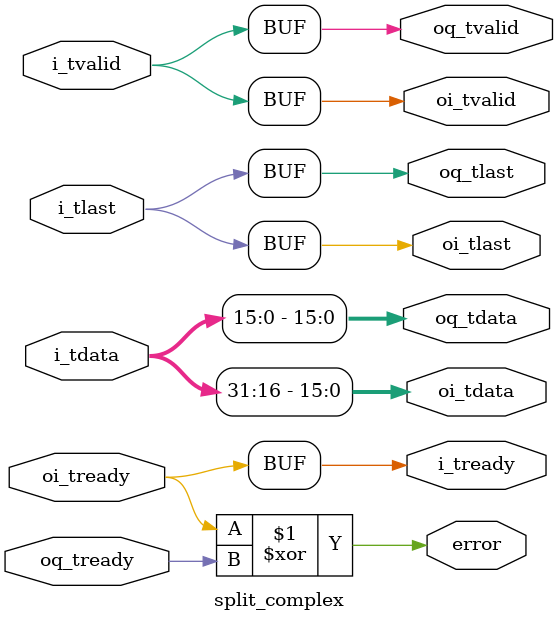
<source format=v>


// Module to split a complex stream to I and Q outputs.  NOTE -- ONLY works when you can guarantee downstream paths match!

module split_complex
  #(parameter WIDTH=16)
   (input [WIDTH*2-1:0] i_tdata, input i_tlast, input i_tvalid, output i_tready,
    output [WIDTH-1:0] oi_tdata, output oi_tlast, output oi_tvalid, input oi_tready,
    output [WIDTH-1:0] oq_tdata, output oq_tlast, output oq_tvalid, input oq_tready,
    output error);

   assign oi_tdata = i_tdata[WIDTH*2-1:WIDTH];
   assign oq_tdata = i_tdata[WIDTH-1:0];

   assign oi_tlast = i_tlast;
   assign oq_tlast = i_tlast;

   assign oi_tvalid = i_tvalid;
   assign oq_tvalid = i_tvalid;

   assign i_tready = oi_tready;

   assign  error = oi_tready ^ oq_tready;
   
endmodule // split_complex


</source>
